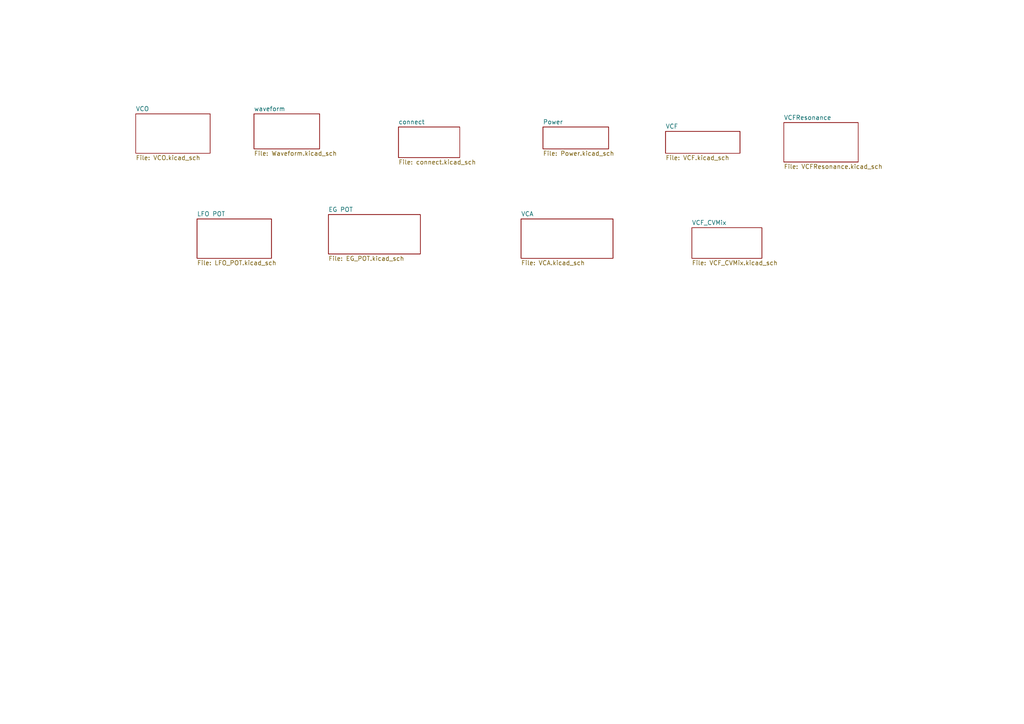
<source format=kicad_sch>
(kicad_sch
	(version 20250114)
	(generator "eeschema")
	(generator_version "9.0")
	(uuid "bae8314b-242c-4fa4-bbce-99492909575e")
	(paper "A4")
	(lib_symbols)
	(sheet
		(at 39.37 33.02)
		(size 21.59 11.43)
		(exclude_from_sim no)
		(in_bom yes)
		(on_board yes)
		(dnp no)
		(fields_autoplaced yes)
		(stroke
			(width 0.1524)
			(type solid)
		)
		(fill
			(color 0 0 0 0.0000)
		)
		(uuid "2f41abe6-7163-4fa2-8be9-b46ea312e2c4")
		(property "Sheetname" "VCO"
			(at 39.37 32.3084 0)
			(effects
				(font
					(size 1.27 1.27)
				)
				(justify left bottom)
			)
		)
		(property "Sheetfile" "VCO.kicad_sch"
			(at 39.37 45.0346 0)
			(effects
				(font
					(size 1.27 1.27)
				)
				(justify left top)
			)
		)
		(instances
			(project "VCOSeparate"
				(path "/bae8314b-242c-4fa4-bbce-99492909575e"
					(page "2")
				)
			)
		)
	)
	(sheet
		(at 151.13 63.5)
		(size 26.67 11.43)
		(exclude_from_sim no)
		(in_bom yes)
		(on_board yes)
		(dnp no)
		(fields_autoplaced yes)
		(stroke
			(width 0.1524)
			(type solid)
		)
		(fill
			(color 0 0 0 0.0000)
		)
		(uuid "3843b5ab-11ce-4593-ac23-1daa0f203000")
		(property "Sheetname" "VCA"
			(at 151.13 62.7884 0)
			(effects
				(font
					(size 1.27 1.27)
				)
				(justify left bottom)
			)
		)
		(property "Sheetfile" "VCA.kicad_sch"
			(at 151.13 75.5146 0)
			(effects
				(font
					(size 1.27 1.27)
				)
				(justify left top)
			)
		)
		(instances
			(project "VCOSeparate"
				(path "/bae8314b-242c-4fa4-bbce-99492909575e"
					(page "9")
				)
			)
		)
	)
	(sheet
		(at 95.25 62.23)
		(size 26.67 11.43)
		(exclude_from_sim no)
		(in_bom yes)
		(on_board yes)
		(dnp no)
		(fields_autoplaced yes)
		(stroke
			(width 0.1524)
			(type solid)
		)
		(fill
			(color 0 0 0 0.0000)
		)
		(uuid "4b7e55dd-e4d4-4735-9d21-a2f9dfca9fe1")
		(property "Sheetname" "EG POT"
			(at 95.25 61.5184 0)
			(effects
				(font
					(size 1.27 1.27)
				)
				(justify left bottom)
			)
		)
		(property "Sheetfile" "EG_POT.kicad_sch"
			(at 95.25 74.2446 0)
			(effects
				(font
					(size 1.27 1.27)
				)
				(justify left top)
			)
		)
		(instances
			(project "VCOSeparate"
				(path "/bae8314b-242c-4fa4-bbce-99492909575e"
					(page "10")
				)
			)
		)
	)
	(sheet
		(at 200.66 66.04)
		(size 20.32 8.89)
		(exclude_from_sim no)
		(in_bom yes)
		(on_board yes)
		(dnp no)
		(fields_autoplaced yes)
		(stroke
			(width 0.1524)
			(type solid)
		)
		(fill
			(color 0 0 0 0.0000)
		)
		(uuid "633f9f4a-2908-4071-a2ee-9a7991df722c")
		(property "Sheetname" "VCF_CVMix"
			(at 200.66 65.3284 0)
			(effects
				(font
					(size 1.27 1.27)
				)
				(justify left bottom)
			)
		)
		(property "Sheetfile" "VCF_CVMix.kicad_sch"
			(at 200.66 75.5146 0)
			(effects
				(font
					(size 1.27 1.27)
				)
				(justify left top)
			)
		)
		(instances
			(project "VCOSeparate"
				(path "/bae8314b-242c-4fa4-bbce-99492909575e"
					(page "8")
				)
			)
		)
	)
	(sheet
		(at 227.33 35.56)
		(size 21.59 11.43)
		(exclude_from_sim no)
		(in_bom yes)
		(on_board yes)
		(dnp no)
		(fields_autoplaced yes)
		(stroke
			(width 0.1524)
			(type solid)
		)
		(fill
			(color 0 0 0 0.0000)
		)
		(uuid "656f43c3-9ee6-4b13-8f7b-75cdc08dbafa")
		(property "Sheetname" "VCFResonance"
			(at 227.33 34.8484 0)
			(effects
				(font
					(size 1.27 1.27)
				)
				(justify left bottom)
			)
		)
		(property "Sheetfile" "VCFResonance.kicad_sch"
			(at 227.33 47.5746 0)
			(effects
				(font
					(size 1.27 1.27)
				)
				(justify left top)
			)
		)
		(instances
			(project "VCOSeparate"
				(path "/bae8314b-242c-4fa4-bbce-99492909575e"
					(page "7")
				)
			)
		)
	)
	(sheet
		(at 73.66 33.02)
		(size 19.05 10.16)
		(exclude_from_sim no)
		(in_bom yes)
		(on_board yes)
		(dnp no)
		(fields_autoplaced yes)
		(stroke
			(width 0.1524)
			(type solid)
		)
		(fill
			(color 0 0 0 0.0000)
		)
		(uuid "791f1ae8-f140-4d09-bee6-6dad7cbfbb50")
		(property "Sheetname" "waveform"
			(at 73.66 32.3084 0)
			(effects
				(font
					(size 1.27 1.27)
				)
				(justify left bottom)
			)
		)
		(property "Sheetfile" "Waveform.kicad_sch"
			(at 73.66 43.7646 0)
			(effects
				(font
					(size 1.27 1.27)
				)
				(justify left top)
			)
		)
		(instances
			(project "VCOSeparate"
				(path "/bae8314b-242c-4fa4-bbce-99492909575e"
					(page "3")
				)
			)
		)
	)
	(sheet
		(at 115.57 36.83)
		(size 17.78 8.89)
		(exclude_from_sim no)
		(in_bom yes)
		(on_board yes)
		(dnp no)
		(fields_autoplaced yes)
		(stroke
			(width 0.1524)
			(type solid)
		)
		(fill
			(color 0 0 0 0.0000)
		)
		(uuid "84a3e3ab-c891-4bdb-be3a-d04695a6a25a")
		(property "Sheetname" "connect"
			(at 115.57 36.1184 0)
			(effects
				(font
					(size 1.27 1.27)
				)
				(justify left bottom)
			)
		)
		(property "Sheetfile" "connect.kicad_sch"
			(at 115.57 46.3046 0)
			(effects
				(font
					(size 1.27 1.27)
				)
				(justify left top)
			)
		)
		(instances
			(project "VCOSeparate"
				(path "/bae8314b-242c-4fa4-bbce-99492909575e"
					(page "4")
				)
			)
		)
	)
	(sheet
		(at 193.04 38.1)
		(size 21.59 6.35)
		(exclude_from_sim no)
		(in_bom yes)
		(on_board yes)
		(dnp no)
		(fields_autoplaced yes)
		(stroke
			(width 0.1524)
			(type solid)
		)
		(fill
			(color 0 0 0 0.0000)
		)
		(uuid "b5ec49c9-538c-4796-a03e-f44a1f3c6df1")
		(property "Sheetname" "VCF"
			(at 193.04 37.3884 0)
			(effects
				(font
					(size 1.27 1.27)
				)
				(justify left bottom)
			)
		)
		(property "Sheetfile" "VCF.kicad_sch"
			(at 193.04 45.0346 0)
			(effects
				(font
					(size 1.27 1.27)
				)
				(justify left top)
			)
		)
		(instances
			(project "VCOSeparate"
				(path "/bae8314b-242c-4fa4-bbce-99492909575e"
					(page "6")
				)
			)
		)
	)
	(sheet
		(at 57.15 63.5)
		(size 21.59 11.43)
		(exclude_from_sim no)
		(in_bom yes)
		(on_board yes)
		(dnp no)
		(fields_autoplaced yes)
		(stroke
			(width 0.1524)
			(type solid)
		)
		(fill
			(color 0 0 0 0.0000)
		)
		(uuid "dc7e8605-cffc-4874-8997-7bd10d9499a6")
		(property "Sheetname" "LFO POT"
			(at 57.15 62.7884 0)
			(effects
				(font
					(size 1.27 1.27)
				)
				(justify left bottom)
			)
		)
		(property "Sheetfile" "LFO_POT.kicad_sch"
			(at 57.15 75.5146 0)
			(effects
				(font
					(size 1.27 1.27)
				)
				(justify left top)
			)
		)
		(instances
			(project "VCOSeparate"
				(path "/bae8314b-242c-4fa4-bbce-99492909575e"
					(page "11")
				)
			)
		)
	)
	(sheet
		(at 157.48 36.83)
		(size 19.05 6.35)
		(exclude_from_sim no)
		(in_bom yes)
		(on_board yes)
		(dnp no)
		(fields_autoplaced yes)
		(stroke
			(width 0.1524)
			(type solid)
		)
		(fill
			(color 0 0 0 0.0000)
		)
		(uuid "fd95c99e-eb50-4552-97e3-dad2aa9c7db7")
		(property "Sheetname" "Power"
			(at 157.48 36.1184 0)
			(effects
				(font
					(size 1.27 1.27)
				)
				(justify left bottom)
			)
		)
		(property "Sheetfile" "Power.kicad_sch"
			(at 157.48 43.7646 0)
			(effects
				(font
					(size 1.27 1.27)
				)
				(justify left top)
			)
		)
		(instances
			(project "VCOSeparate"
				(path "/bae8314b-242c-4fa4-bbce-99492909575e"
					(page "5")
				)
			)
		)
	)
	(sheet_instances
		(path "/"
			(page "1")
		)
	)
	(embedded_fonts no)
)

</source>
